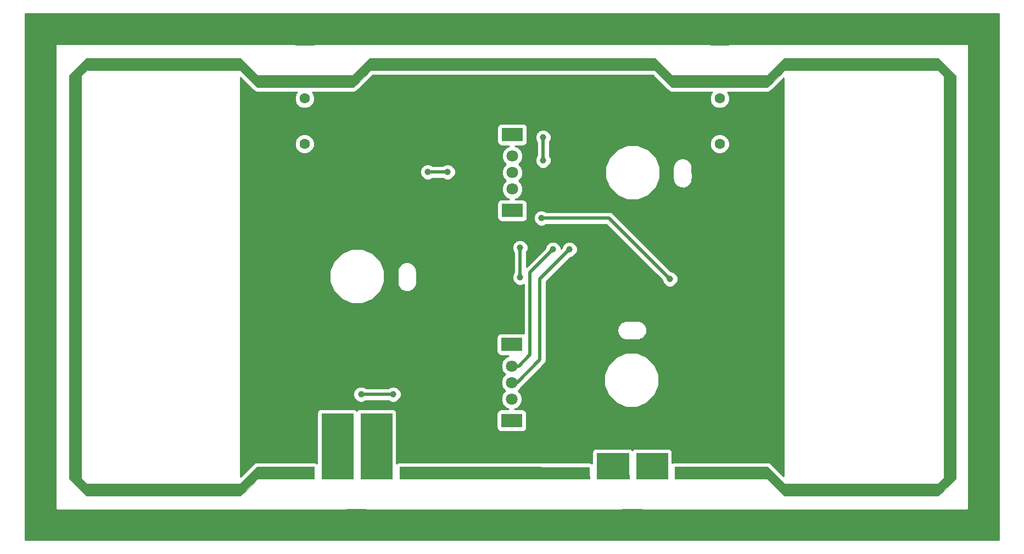
<source format=gbr>
G04 #@! TF.FileFunction,Copper,L2,Bot,Signal*
%FSLAX46Y46*%
G04 Gerber Fmt 4.6, Leading zero omitted, Abs format (unit mm)*
G04 Created by KiCad (PCBNEW 4.0.7-e2-6376~58~ubuntu16.04.1) date Sun Feb 25 03:24:25 2018*
%MOMM*%
%LPD*%
G01*
G04 APERTURE LIST*
%ADD10C,0.100000*%
%ADD11C,0.010000*%
%ADD12R,3.200000X2.000000*%
%ADD13C,1.800000*%
%ADD14C,1.600000*%
%ADD15C,1.000000*%
%ADD16C,0.500000*%
%ADD17C,0.254000*%
G04 APERTURE END LIST*
D10*
D11*
G36*
X99444666Y-67615000D02*
X100754951Y-68927333D01*
X115406382Y-68927333D01*
X116716666Y-67615000D01*
X118026951Y-66302667D01*
X162057715Y-66302667D01*
X163368000Y-67615000D01*
X164678284Y-68927333D01*
X179329715Y-68927333D01*
X180640000Y-67615000D01*
X181950284Y-66302667D01*
X205745651Y-66302667D01*
X207078159Y-67637129D01*
X208410666Y-68971592D01*
X208410666Y-131116985D01*
X207076203Y-132449492D01*
X205741741Y-133782000D01*
X181950284Y-133782000D01*
X180639999Y-132469667D01*
X179329715Y-131157333D01*
X165061333Y-131157333D01*
X165061333Y-129294667D01*
X179414382Y-129294667D01*
X180724666Y-130607000D01*
X182034951Y-131919333D01*
X205664784Y-131919333D01*
X206106392Y-131472171D01*
X206548000Y-131025008D01*
X206548000Y-69048549D01*
X206100837Y-68606941D01*
X205653675Y-68165333D01*
X182034951Y-68165333D01*
X180724666Y-69477667D01*
X179414382Y-70790000D01*
X164593617Y-70790000D01*
X163283333Y-69477667D01*
X161973048Y-68165333D01*
X118196284Y-68165333D01*
X116886000Y-69477667D01*
X115575715Y-70790000D01*
X100670284Y-70790000D01*
X99359999Y-69477666D01*
X98049715Y-68165333D01*
X86280024Y-68166531D01*
X74510333Y-68167728D01*
X74023500Y-68596878D01*
X73536666Y-69026027D01*
X73536666Y-131036118D01*
X73983829Y-131477725D01*
X74430991Y-131919333D01*
X98049715Y-131919333D01*
X99360000Y-130607000D01*
X100670284Y-129294667D01*
X109435333Y-129294667D01*
X109435333Y-131157333D01*
X100754951Y-131157333D01*
X99444666Y-132469667D01*
X98134382Y-133782000D01*
X74339015Y-133782000D01*
X73006507Y-132447537D01*
X71674000Y-131113074D01*
X71674000Y-68967682D01*
X73008462Y-67635174D01*
X74342925Y-66302667D01*
X98134382Y-66302667D01*
X99444666Y-67615000D01*
X99444666Y-67615000D01*
G37*
X99444666Y-67615000D02*
X100754951Y-68927333D01*
X115406382Y-68927333D01*
X116716666Y-67615000D01*
X118026951Y-66302667D01*
X162057715Y-66302667D01*
X163368000Y-67615000D01*
X164678284Y-68927333D01*
X179329715Y-68927333D01*
X180640000Y-67615000D01*
X181950284Y-66302667D01*
X205745651Y-66302667D01*
X207078159Y-67637129D01*
X208410666Y-68971592D01*
X208410666Y-131116985D01*
X207076203Y-132449492D01*
X205741741Y-133782000D01*
X181950284Y-133782000D01*
X180639999Y-132469667D01*
X179329715Y-131157333D01*
X165061333Y-131157333D01*
X165061333Y-129294667D01*
X179414382Y-129294667D01*
X180724666Y-130607000D01*
X182034951Y-131919333D01*
X205664784Y-131919333D01*
X206106392Y-131472171D01*
X206548000Y-131025008D01*
X206548000Y-69048549D01*
X206100837Y-68606941D01*
X205653675Y-68165333D01*
X182034951Y-68165333D01*
X180724666Y-69477667D01*
X179414382Y-70790000D01*
X164593617Y-70790000D01*
X163283333Y-69477667D01*
X161973048Y-68165333D01*
X118196284Y-68165333D01*
X116886000Y-69477667D01*
X115575715Y-70790000D01*
X100670284Y-70790000D01*
X99359999Y-69477666D01*
X98049715Y-68165333D01*
X86280024Y-68166531D01*
X74510333Y-68167728D01*
X74023500Y-68596878D01*
X73536666Y-69026027D01*
X73536666Y-131036118D01*
X73983829Y-131477725D01*
X74430991Y-131919333D01*
X98049715Y-131919333D01*
X99360000Y-130607000D01*
X100670284Y-129294667D01*
X109435333Y-129294667D01*
X109435333Y-131157333D01*
X100754951Y-131157333D01*
X99444666Y-132469667D01*
X98134382Y-133782000D01*
X74339015Y-133782000D01*
X73006507Y-132447537D01*
X71674000Y-131113074D01*
X71674000Y-68967682D01*
X73008462Y-67635174D01*
X74342925Y-66302667D01*
X98134382Y-66302667D01*
X99444666Y-67615000D01*
G36*
X115446666Y-131157333D02*
X110620666Y-131157333D01*
X110620666Y-121082000D01*
X115446666Y-121082000D01*
X115446666Y-131157333D01*
X115446666Y-131157333D01*
G37*
X115446666Y-131157333D02*
X110620666Y-131157333D01*
X110620666Y-121082000D01*
X115446666Y-121082000D01*
X115446666Y-131157333D01*
G36*
X121458000Y-131157333D02*
X116632000Y-131157333D01*
X116632000Y-121082000D01*
X121458000Y-121082000D01*
X121458000Y-131157333D01*
X121458000Y-131157333D01*
G37*
X121458000Y-131157333D02*
X116632000Y-131157333D01*
X116632000Y-121082000D01*
X121458000Y-121082000D01*
X121458000Y-131157333D01*
G36*
X137269500Y-129315593D02*
X151895666Y-129337000D01*
X151919697Y-130247167D01*
X151943728Y-131157333D01*
X122643333Y-131157333D01*
X122643333Y-129294187D01*
X137269500Y-129315593D01*
X137269500Y-129315593D01*
G37*
X137269500Y-129315593D02*
X151895666Y-129337000D01*
X151919697Y-130247167D01*
X151943728Y-131157333D01*
X122643333Y-131157333D01*
X122643333Y-129294187D01*
X137269500Y-129315593D01*
G36*
X157949333Y-127757144D02*
X157952793Y-128045477D01*
X157962333Y-128457829D01*
X157976690Y-128949043D01*
X157994602Y-129473964D01*
X158004962Y-129746811D01*
X158060592Y-131157333D01*
X153038666Y-131157333D01*
X153038666Y-127178000D01*
X157949333Y-127178000D01*
X157949333Y-127757144D01*
X157949333Y-127757144D01*
G37*
X157949333Y-127757144D02*
X157952793Y-128045477D01*
X157962333Y-128457829D01*
X157976690Y-128949043D01*
X157994602Y-129473964D01*
X158004962Y-129746811D01*
X158060592Y-131157333D01*
X153038666Y-131157333D01*
X153038666Y-127178000D01*
X157949333Y-127178000D01*
X157949333Y-127757144D01*
G36*
X163960666Y-131157333D02*
X159134666Y-131157333D01*
X159134666Y-127178000D01*
X163960666Y-127178000D01*
X163960666Y-131157333D01*
X163960666Y-131157333D01*
G37*
X163960666Y-131157333D02*
X159134666Y-131157333D01*
X159134666Y-127178000D01*
X163960666Y-127178000D01*
X163960666Y-131157333D01*
D12*
X139930000Y-110430000D03*
X139930000Y-122130000D03*
D13*
X139930000Y-118820000D03*
X139930000Y-113740000D03*
X139930000Y-116280000D03*
D12*
X140020000Y-78070000D03*
X140020000Y-89770000D03*
D13*
X140020000Y-86460000D03*
X140020000Y-81380000D03*
X140020000Y-83920000D03*
D14*
X108000000Y-72500000D03*
X108000000Y-79500000D03*
X172000000Y-72500000D03*
X172000000Y-79500000D03*
D15*
X112903000Y-122428000D03*
X116000000Y-109440000D03*
X144780000Y-78486000D03*
X144780000Y-82042000D03*
X127000000Y-83820000D03*
X130048000Y-83820000D03*
X141224000Y-95504000D03*
X141224000Y-100076000D03*
X119126000Y-122555000D03*
X148844000Y-95758000D03*
X146304000Y-95758000D03*
X144526000Y-90932000D03*
X164338000Y-100330000D03*
X116713000Y-118110000D03*
X121666000Y-118110000D03*
D16*
X144780000Y-82042000D02*
X144780000Y-78486000D01*
X130048000Y-83820000D02*
X127000000Y-83820000D01*
X141224000Y-100076000D02*
X141224000Y-95504000D01*
X139930000Y-116280000D02*
X140768000Y-116280000D01*
X140768000Y-116280000D02*
X144272000Y-112776000D01*
X144272000Y-112776000D02*
X144272000Y-100330000D01*
X144272000Y-100330000D02*
X148844000Y-95758000D01*
X139930000Y-113740000D02*
X141022000Y-113740000D01*
X142748000Y-99314000D02*
X146304000Y-95758000D01*
X142748000Y-112014000D02*
X142748000Y-99314000D01*
X141022000Y-113740000D02*
X142748000Y-112014000D01*
X154940000Y-90932000D02*
X144526000Y-90932000D01*
X164338000Y-100330000D02*
X154940000Y-90932000D01*
X121666000Y-118110000D02*
X116713000Y-118110000D01*
D17*
G36*
X162765326Y-69994864D02*
X162765327Y-69994865D01*
X164075611Y-71307198D01*
X164075854Y-71307360D01*
X164076015Y-71307602D01*
X164194106Y-71386508D01*
X164312964Y-71466061D01*
X164313251Y-71466118D01*
X164313493Y-71466280D01*
X164453003Y-71494030D01*
X164593045Y-71522000D01*
X164593332Y-71521943D01*
X164593617Y-71522000D01*
X170818317Y-71522000D01*
X170706227Y-71633894D01*
X170473265Y-72194928D01*
X170472735Y-72802407D01*
X170704717Y-73363846D01*
X171133894Y-73793773D01*
X171694928Y-74026735D01*
X172302407Y-74027265D01*
X172863846Y-73795283D01*
X173293773Y-73366106D01*
X173526735Y-72805072D01*
X173527265Y-72197593D01*
X173295283Y-71636154D01*
X173181328Y-71522000D01*
X179414382Y-71522000D01*
X179414667Y-71521943D01*
X179414954Y-71522000D01*
X179554996Y-71494030D01*
X179694506Y-71466280D01*
X179694748Y-71466118D01*
X179695035Y-71466061D01*
X179813893Y-71386508D01*
X179931984Y-71307602D01*
X179932145Y-71307360D01*
X179932388Y-71307198D01*
X181242673Y-69994864D01*
X181873000Y-69363551D01*
X181873000Y-130721115D01*
X181242672Y-130089802D01*
X179932388Y-128777469D01*
X179932145Y-128777307D01*
X179931984Y-128777065D01*
X179813893Y-128698159D01*
X179695035Y-128618606D01*
X179694748Y-128618549D01*
X179694506Y-128618387D01*
X179554996Y-128590637D01*
X179414954Y-128562667D01*
X179414667Y-128562724D01*
X179414382Y-128562667D01*
X165061333Y-128562667D01*
X164781209Y-128618387D01*
X164692666Y-128677550D01*
X164692666Y-127178000D01*
X164636946Y-126897876D01*
X164478268Y-126660398D01*
X164240790Y-126501720D01*
X163960666Y-126446000D01*
X159134666Y-126446000D01*
X158854542Y-126501720D01*
X158617064Y-126660398D01*
X158542000Y-126772740D01*
X158466935Y-126660398D01*
X158229457Y-126501720D01*
X157949333Y-126446000D01*
X153038666Y-126446000D01*
X152758542Y-126501720D01*
X152521064Y-126660398D01*
X152362386Y-126897876D01*
X152306666Y-127178000D01*
X152306666Y-128747418D01*
X152287099Y-128735077D01*
X152176780Y-128661131D01*
X152166614Y-128659093D01*
X152157843Y-128653562D01*
X152026944Y-128631099D01*
X151896738Y-128605001D01*
X137270572Y-128583594D01*
X122644404Y-128562188D01*
X122643869Y-128562294D01*
X122643333Y-128562187D01*
X122503658Y-128589970D01*
X122364199Y-128617498D01*
X122363745Y-128617800D01*
X122363209Y-128617907D01*
X122244877Y-128696974D01*
X122190000Y-128733526D01*
X122190000Y-121082000D01*
X122134280Y-120801876D01*
X121975602Y-120564398D01*
X121738124Y-120405720D01*
X121458000Y-120350000D01*
X116632000Y-120350000D01*
X116351876Y-120405720D01*
X116114398Y-120564398D01*
X116039333Y-120676741D01*
X115964268Y-120564398D01*
X115726790Y-120405720D01*
X115446666Y-120350000D01*
X110620666Y-120350000D01*
X110340542Y-120405720D01*
X110103064Y-120564398D01*
X109944386Y-120801876D01*
X109888666Y-121082000D01*
X109888666Y-128734122D01*
X109715457Y-128618387D01*
X109435333Y-128562667D01*
X100670284Y-128562667D01*
X100669999Y-128562724D01*
X100669712Y-128562667D01*
X100529670Y-128590637D01*
X100390160Y-128618387D01*
X100389918Y-128618549D01*
X100389631Y-128618606D01*
X100270773Y-128698159D01*
X100152682Y-128777065D01*
X100152521Y-128777307D01*
X100152278Y-128777469D01*
X98841994Y-130089802D01*
X98127000Y-130805914D01*
X98127000Y-118352995D01*
X115485788Y-118352995D01*
X115672194Y-118804131D01*
X116017053Y-119149593D01*
X116467864Y-119336786D01*
X116955995Y-119337212D01*
X117407131Y-119150806D01*
X117471049Y-119087000D01*
X120907569Y-119087000D01*
X120970053Y-119149593D01*
X121420864Y-119336786D01*
X121908995Y-119337212D01*
X122360131Y-119150806D01*
X122705593Y-118805947D01*
X122892786Y-118355136D01*
X122893212Y-117867005D01*
X122706806Y-117415869D01*
X122361947Y-117070407D01*
X121911136Y-116883214D01*
X121423005Y-116882788D01*
X120971869Y-117069194D01*
X120907951Y-117133000D01*
X117471431Y-117133000D01*
X117408947Y-117070407D01*
X116958136Y-116883214D01*
X116470005Y-116882788D01*
X116018869Y-117069194D01*
X115673407Y-117414053D01*
X115486214Y-117864864D01*
X115485788Y-118352995D01*
X98127000Y-118352995D01*
X98127000Y-109430000D01*
X137588758Y-109430000D01*
X137588758Y-111430000D01*
X137639451Y-111699410D01*
X137798672Y-111946846D01*
X138041615Y-112112843D01*
X138330000Y-112171242D01*
X139466150Y-112171242D01*
X139009582Y-112359892D01*
X138551501Y-112817175D01*
X138303283Y-113414950D01*
X138302718Y-114062211D01*
X138549892Y-114660418D01*
X138899073Y-115010208D01*
X138551501Y-115357175D01*
X138303283Y-115954950D01*
X138302718Y-116602211D01*
X138549892Y-117200418D01*
X138899073Y-117550208D01*
X138551501Y-117897175D01*
X138303283Y-118494950D01*
X138302718Y-119142211D01*
X138549892Y-119740418D01*
X139007175Y-120198499D01*
X139465369Y-120388758D01*
X138330000Y-120388758D01*
X138060590Y-120439451D01*
X137813154Y-120598672D01*
X137647157Y-120841615D01*
X137588758Y-121130000D01*
X137588758Y-123130000D01*
X137639451Y-123399410D01*
X137798672Y-123646846D01*
X138041615Y-123812843D01*
X138330000Y-123871242D01*
X141530000Y-123871242D01*
X141799410Y-123820549D01*
X142046846Y-123661328D01*
X142212843Y-123418385D01*
X142271242Y-123130000D01*
X142271242Y-121130000D01*
X142220549Y-120860590D01*
X142061328Y-120613154D01*
X141818385Y-120447157D01*
X141530000Y-120388758D01*
X140393850Y-120388758D01*
X140850418Y-120200108D01*
X141308499Y-119742825D01*
X141556717Y-119145050D01*
X141557282Y-118497789D01*
X141310108Y-117899582D01*
X140960927Y-117549792D01*
X141308499Y-117202825D01*
X141384084Y-117020795D01*
X141458843Y-116970843D01*
X141692572Y-116737114D01*
X154172268Y-116737114D01*
X154814434Y-118291275D01*
X156002470Y-119481387D01*
X157555509Y-120126265D01*
X159237114Y-120127732D01*
X160791275Y-119485566D01*
X161981387Y-118297530D01*
X162626265Y-116744491D01*
X162627732Y-115062886D01*
X161985566Y-113508725D01*
X160797530Y-112318613D01*
X159244491Y-111673735D01*
X157562886Y-111672268D01*
X156008725Y-112314434D01*
X154818613Y-113502470D01*
X154173735Y-115055509D01*
X154172268Y-116737114D01*
X141692572Y-116737114D01*
X144962843Y-113466844D01*
X145174630Y-113149882D01*
X145249000Y-112776000D01*
X145249000Y-108080558D01*
X156203190Y-108080558D01*
X156203191Y-108237020D01*
X156203190Y-108393482D01*
X156254620Y-108652038D01*
X156276461Y-108704766D01*
X156374370Y-108941142D01*
X156520830Y-109160336D01*
X156742104Y-109381610D01*
X156961298Y-109528070D01*
X157151198Y-109606728D01*
X157250402Y-109647820D01*
X157508957Y-109699250D01*
X157552250Y-109699250D01*
X157655260Y-109719740D01*
X159331660Y-109719740D01*
X159466264Y-109692965D01*
X159511573Y-109692492D01*
X159748077Y-109642874D01*
X159885542Y-109584243D01*
X160023980Y-109528108D01*
X160245923Y-109382195D01*
X160468840Y-109162581D01*
X160468842Y-109162579D01*
X160618051Y-108942839D01*
X160718751Y-108704766D01*
X160739955Y-108654637D01*
X160793716Y-108394523D01*
X160796051Y-108081607D01*
X160796051Y-108081606D01*
X160746178Y-107820719D01*
X160686711Y-107674069D01*
X160628589Y-107530731D01*
X160482676Y-107308788D01*
X160482675Y-107308786D01*
X160263061Y-107085870D01*
X160043320Y-106936660D01*
X159877023Y-106866320D01*
X159755119Y-106814756D01*
X159495004Y-106760995D01*
X159437013Y-106760562D01*
X159321939Y-106739119D01*
X157645540Y-106759439D01*
X157564985Y-106776480D01*
X157470276Y-106778195D01*
X157236184Y-106829182D01*
X157099268Y-106888822D01*
X156961298Y-106945970D01*
X156742104Y-107092430D01*
X156520830Y-107313704D01*
X156374370Y-107532898D01*
X156306405Y-107696983D01*
X156254620Y-107822002D01*
X156203190Y-108080558D01*
X145249000Y-108080558D01*
X145249000Y-100734686D01*
X148998552Y-96985135D01*
X149086995Y-96985212D01*
X149538131Y-96798806D01*
X149883593Y-96453947D01*
X150070786Y-96003136D01*
X150071212Y-95515005D01*
X149884806Y-95063869D01*
X149539947Y-94718407D01*
X149089136Y-94531214D01*
X148601005Y-94530788D01*
X148149869Y-94717194D01*
X147804407Y-95062053D01*
X147617214Y-95512864D01*
X147617135Y-95603178D01*
X147531060Y-95689253D01*
X147531212Y-95515005D01*
X147344806Y-95063869D01*
X146999947Y-94718407D01*
X146549136Y-94531214D01*
X146061005Y-94530788D01*
X145609869Y-94717194D01*
X145264407Y-95062053D01*
X145077214Y-95512864D01*
X145077135Y-95603178D01*
X142201000Y-98479314D01*
X142201000Y-96262431D01*
X142263593Y-96199947D01*
X142450786Y-95749136D01*
X142451212Y-95261005D01*
X142264806Y-94809869D01*
X141919947Y-94464407D01*
X141469136Y-94277214D01*
X140981005Y-94276788D01*
X140529869Y-94463194D01*
X140184407Y-94808053D01*
X139997214Y-95258864D01*
X139996788Y-95746995D01*
X140183194Y-96198131D01*
X140247000Y-96262049D01*
X140247000Y-99317569D01*
X140184407Y-99380053D01*
X139997214Y-99830864D01*
X139996788Y-100318995D01*
X140183194Y-100770131D01*
X140528053Y-101115593D01*
X140978864Y-101302786D01*
X141466995Y-101303212D01*
X141771000Y-101177599D01*
X141771000Y-108737561D01*
X141530000Y-108688758D01*
X138330000Y-108688758D01*
X138060590Y-108739451D01*
X137813154Y-108898672D01*
X137647157Y-109141615D01*
X137588758Y-109430000D01*
X98127000Y-109430000D01*
X98127000Y-100737114D01*
X111872268Y-100737114D01*
X112514434Y-102291275D01*
X113702470Y-103481387D01*
X115255509Y-104126265D01*
X116937114Y-104127732D01*
X118491275Y-103485566D01*
X119681387Y-102297530D01*
X120326265Y-100744491D01*
X120327645Y-99161600D01*
X122301640Y-99161600D01*
X122301640Y-100838000D01*
X122328415Y-100972604D01*
X122328888Y-101017913D01*
X122378506Y-101254417D01*
X122437137Y-101391882D01*
X122493272Y-101530320D01*
X122639185Y-101752263D01*
X122762985Y-101877925D01*
X122858801Y-101975182D01*
X123078541Y-102124391D01*
X123266120Y-102203733D01*
X123366743Y-102246295D01*
X123626857Y-102300056D01*
X123939773Y-102302391D01*
X123939774Y-102302391D01*
X124200661Y-102252518D01*
X124367655Y-102184802D01*
X124490649Y-102134929D01*
X124712592Y-101989016D01*
X124935509Y-101769402D01*
X124935511Y-101769400D01*
X125084720Y-101549660D01*
X125187360Y-101307000D01*
X125206624Y-101261458D01*
X125260385Y-101001344D01*
X125260818Y-100943353D01*
X125282261Y-100828279D01*
X125261941Y-99151880D01*
X125244900Y-99071325D01*
X125243185Y-98976616D01*
X125192198Y-98742524D01*
X125132558Y-98605608D01*
X125075410Y-98467638D01*
X124928950Y-98248444D01*
X124707676Y-98027170D01*
X124488482Y-97880710D01*
X124298582Y-97802052D01*
X124199378Y-97760960D01*
X123940822Y-97709530D01*
X123784360Y-97709531D01*
X123627897Y-97709530D01*
X123369342Y-97760960D01*
X123270138Y-97802052D01*
X123080238Y-97880710D01*
X122861044Y-98027170D01*
X122639770Y-98248444D01*
X122493310Y-98467638D01*
X122443593Y-98587668D01*
X122373560Y-98756742D01*
X122322130Y-99015298D01*
X122322130Y-99058590D01*
X122301640Y-99161600D01*
X120327645Y-99161600D01*
X120327732Y-99062886D01*
X119685566Y-97508725D01*
X118497530Y-96318613D01*
X116944491Y-95673735D01*
X115262886Y-95672268D01*
X113708725Y-96314434D01*
X112518613Y-97502470D01*
X111873735Y-99055509D01*
X111872268Y-100737114D01*
X98127000Y-100737114D01*
X98127000Y-84062995D01*
X125772788Y-84062995D01*
X125959194Y-84514131D01*
X126304053Y-84859593D01*
X126754864Y-85046786D01*
X127242995Y-85047212D01*
X127694131Y-84860806D01*
X127758049Y-84797000D01*
X129289569Y-84797000D01*
X129352053Y-84859593D01*
X129802864Y-85046786D01*
X130290995Y-85047212D01*
X130742131Y-84860806D01*
X131087593Y-84515947D01*
X131274786Y-84065136D01*
X131275212Y-83577005D01*
X131088806Y-83125869D01*
X130743947Y-82780407D01*
X130293136Y-82593214D01*
X129805005Y-82592788D01*
X129353869Y-82779194D01*
X129289951Y-82843000D01*
X127758431Y-82843000D01*
X127695947Y-82780407D01*
X127245136Y-82593214D01*
X126757005Y-82592788D01*
X126305869Y-82779194D01*
X125960407Y-83124053D01*
X125773214Y-83574864D01*
X125772788Y-84062995D01*
X98127000Y-84062995D01*
X98127000Y-79802407D01*
X106472735Y-79802407D01*
X106704717Y-80363846D01*
X107133894Y-80793773D01*
X107694928Y-81026735D01*
X108302407Y-81027265D01*
X108863846Y-80795283D01*
X109293773Y-80366106D01*
X109526735Y-79805072D01*
X109527265Y-79197593D01*
X109295283Y-78636154D01*
X108866106Y-78206227D01*
X108305072Y-77973265D01*
X107697593Y-77972735D01*
X107136154Y-78204717D01*
X106706227Y-78633894D01*
X106473265Y-79194928D01*
X106472735Y-79802407D01*
X98127000Y-79802407D01*
X98127000Y-77070000D01*
X137678758Y-77070000D01*
X137678758Y-79070000D01*
X137729451Y-79339410D01*
X137888672Y-79586846D01*
X138131615Y-79752843D01*
X138420000Y-79811242D01*
X139556150Y-79811242D01*
X139099582Y-79999892D01*
X138641501Y-80457175D01*
X138393283Y-81054950D01*
X138392718Y-81702211D01*
X138639892Y-82300418D01*
X138989073Y-82650208D01*
X138641501Y-82997175D01*
X138393283Y-83594950D01*
X138392718Y-84242211D01*
X138639892Y-84840418D01*
X138989073Y-85190208D01*
X138641501Y-85537175D01*
X138393283Y-86134950D01*
X138392718Y-86782211D01*
X138639892Y-87380418D01*
X139097175Y-87838499D01*
X139555369Y-88028758D01*
X138420000Y-88028758D01*
X138150590Y-88079451D01*
X137903154Y-88238672D01*
X137737157Y-88481615D01*
X137678758Y-88770000D01*
X137678758Y-90770000D01*
X137729451Y-91039410D01*
X137888672Y-91286846D01*
X138131615Y-91452843D01*
X138420000Y-91511242D01*
X141620000Y-91511242D01*
X141889410Y-91460549D01*
X142136846Y-91301328D01*
X142223166Y-91174995D01*
X143298788Y-91174995D01*
X143485194Y-91626131D01*
X143830053Y-91971593D01*
X144280864Y-92158786D01*
X144768995Y-92159212D01*
X145220131Y-91972806D01*
X145284049Y-91909000D01*
X154535314Y-91909000D01*
X163110865Y-100484551D01*
X163110788Y-100572995D01*
X163297194Y-101024131D01*
X163642053Y-101369593D01*
X164092864Y-101556786D01*
X164580995Y-101557212D01*
X165032131Y-101370806D01*
X165377593Y-101025947D01*
X165564786Y-100575136D01*
X165565212Y-100087005D01*
X165378806Y-99635869D01*
X165033947Y-99290407D01*
X164583136Y-99103214D01*
X164492821Y-99103135D01*
X155630843Y-90241157D01*
X155599811Y-90220422D01*
X155313882Y-90029370D01*
X154940000Y-89955000D01*
X145284431Y-89955000D01*
X145221947Y-89892407D01*
X144771136Y-89705214D01*
X144283005Y-89704788D01*
X143831869Y-89891194D01*
X143486407Y-90236053D01*
X143299214Y-90686864D01*
X143298788Y-91174995D01*
X142223166Y-91174995D01*
X142302843Y-91058385D01*
X142361242Y-90770000D01*
X142361242Y-88770000D01*
X142310549Y-88500590D01*
X142151328Y-88253154D01*
X141908385Y-88087157D01*
X141620000Y-88028758D01*
X140483850Y-88028758D01*
X140940418Y-87840108D01*
X141398499Y-87382825D01*
X141646717Y-86785050D01*
X141647282Y-86137789D01*
X141400108Y-85539582D01*
X141050927Y-85189792D01*
X141398499Y-84842825D01*
X141442394Y-84737114D01*
X154372268Y-84737114D01*
X155014434Y-86291275D01*
X156202470Y-87481387D01*
X157755509Y-88126265D01*
X159437114Y-88127732D01*
X160991275Y-87485566D01*
X162181387Y-86297530D01*
X162826265Y-84744491D01*
X162827643Y-83164680D01*
X164795840Y-83164680D01*
X164795840Y-84841080D01*
X164822615Y-84975684D01*
X164823088Y-85020993D01*
X164872706Y-85257497D01*
X164931337Y-85394962D01*
X164987472Y-85533400D01*
X165133385Y-85755343D01*
X165257185Y-85881005D01*
X165353001Y-85978262D01*
X165572741Y-86127471D01*
X165760320Y-86206813D01*
X165860943Y-86249375D01*
X166121057Y-86303136D01*
X166433973Y-86305471D01*
X166433974Y-86305471D01*
X166694861Y-86255598D01*
X166861855Y-86187882D01*
X166984849Y-86138009D01*
X167206792Y-85992096D01*
X167429709Y-85772482D01*
X167429711Y-85772480D01*
X167578920Y-85552740D01*
X167680162Y-85313386D01*
X167700824Y-85264538D01*
X167754585Y-85004424D01*
X167755018Y-84946433D01*
X167776461Y-84831359D01*
X167756141Y-83154960D01*
X167739100Y-83074405D01*
X167737385Y-82979696D01*
X167686398Y-82745604D01*
X167626758Y-82608688D01*
X167569610Y-82470718D01*
X167423150Y-82251524D01*
X167201876Y-82030250D01*
X166982682Y-81883790D01*
X166777990Y-81799005D01*
X166693578Y-81764040D01*
X166435022Y-81712610D01*
X166278560Y-81712611D01*
X166122097Y-81712610D01*
X165863542Y-81764040D01*
X165779130Y-81799005D01*
X165574438Y-81883790D01*
X165355244Y-82030250D01*
X165133970Y-82251524D01*
X164987510Y-82470718D01*
X164934963Y-82597580D01*
X164867760Y-82759822D01*
X164816330Y-83018378D01*
X164816330Y-83061670D01*
X164795840Y-83164680D01*
X162827643Y-83164680D01*
X162827732Y-83062886D01*
X162185566Y-81508725D01*
X160997530Y-80318613D01*
X159754368Y-79802407D01*
X170472735Y-79802407D01*
X170704717Y-80363846D01*
X171133894Y-80793773D01*
X171694928Y-81026735D01*
X172302407Y-81027265D01*
X172863846Y-80795283D01*
X173293773Y-80366106D01*
X173526735Y-79805072D01*
X173527265Y-79197593D01*
X173295283Y-78636154D01*
X172866106Y-78206227D01*
X172305072Y-77973265D01*
X171697593Y-77972735D01*
X171136154Y-78204717D01*
X170706227Y-78633894D01*
X170473265Y-79194928D01*
X170472735Y-79802407D01*
X159754368Y-79802407D01*
X159444491Y-79673735D01*
X157762886Y-79672268D01*
X156208725Y-80314434D01*
X155018613Y-81502470D01*
X154373735Y-83055509D01*
X154372268Y-84737114D01*
X141442394Y-84737114D01*
X141646717Y-84245050D01*
X141647282Y-83597789D01*
X141400108Y-82999582D01*
X141050927Y-82649792D01*
X141398499Y-82302825D01*
X141646717Y-81705050D01*
X141647282Y-81057789D01*
X141400108Y-80459582D01*
X140942825Y-80001501D01*
X140484631Y-79811242D01*
X141620000Y-79811242D01*
X141889410Y-79760549D01*
X142136846Y-79601328D01*
X142302843Y-79358385D01*
X142361242Y-79070000D01*
X142361242Y-78728995D01*
X143552788Y-78728995D01*
X143739194Y-79180131D01*
X143803000Y-79244049D01*
X143803000Y-81283569D01*
X143740407Y-81346053D01*
X143553214Y-81796864D01*
X143552788Y-82284995D01*
X143739194Y-82736131D01*
X144084053Y-83081593D01*
X144534864Y-83268786D01*
X145022995Y-83269212D01*
X145474131Y-83082806D01*
X145819593Y-82737947D01*
X146006786Y-82287136D01*
X146007212Y-81799005D01*
X145820806Y-81347869D01*
X145757000Y-81283951D01*
X145757000Y-79244431D01*
X145819593Y-79181947D01*
X146006786Y-78731136D01*
X146007212Y-78243005D01*
X145820806Y-77791869D01*
X145475947Y-77446407D01*
X145025136Y-77259214D01*
X144537005Y-77258788D01*
X144085869Y-77445194D01*
X143740407Y-77790053D01*
X143553214Y-78240864D01*
X143552788Y-78728995D01*
X142361242Y-78728995D01*
X142361242Y-77070000D01*
X142310549Y-76800590D01*
X142151328Y-76553154D01*
X141908385Y-76387157D01*
X141620000Y-76328758D01*
X138420000Y-76328758D01*
X138150590Y-76379451D01*
X137903154Y-76538672D01*
X137737157Y-76781615D01*
X137678758Y-77070000D01*
X98127000Y-77070000D01*
X98127000Y-69278753D01*
X98841993Y-69994864D01*
X100152277Y-71307197D01*
X100152520Y-71307360D01*
X100152682Y-71307602D01*
X100270919Y-71386605D01*
X100389631Y-71466061D01*
X100389918Y-71466118D01*
X100390160Y-71466280D01*
X100530288Y-71494153D01*
X100669712Y-71521999D01*
X100669996Y-71521943D01*
X100670284Y-71522000D01*
X106818317Y-71522000D01*
X106706227Y-71633894D01*
X106473265Y-72194928D01*
X106472735Y-72802407D01*
X106704717Y-73363846D01*
X107133894Y-73793773D01*
X107694928Y-74026735D01*
X108302407Y-74027265D01*
X108863846Y-73795283D01*
X109293773Y-73366106D01*
X109526735Y-72805072D01*
X109527265Y-72197593D01*
X109295283Y-71636154D01*
X109181328Y-71522000D01*
X115575715Y-71522000D01*
X115576000Y-71521943D01*
X115576287Y-71522000D01*
X115716329Y-71494030D01*
X115855839Y-71466280D01*
X115856081Y-71466118D01*
X115856368Y-71466061D01*
X115975226Y-71386508D01*
X116093317Y-71307602D01*
X116093478Y-71307360D01*
X116093721Y-71307198D01*
X117404007Y-69994864D01*
X118499824Y-68897333D01*
X161669509Y-68897333D01*
X162765326Y-69994864D01*
X162765326Y-69994864D01*
G37*
X162765326Y-69994864D02*
X162765327Y-69994865D01*
X164075611Y-71307198D01*
X164075854Y-71307360D01*
X164076015Y-71307602D01*
X164194106Y-71386508D01*
X164312964Y-71466061D01*
X164313251Y-71466118D01*
X164313493Y-71466280D01*
X164453003Y-71494030D01*
X164593045Y-71522000D01*
X164593332Y-71521943D01*
X164593617Y-71522000D01*
X170818317Y-71522000D01*
X170706227Y-71633894D01*
X170473265Y-72194928D01*
X170472735Y-72802407D01*
X170704717Y-73363846D01*
X171133894Y-73793773D01*
X171694928Y-74026735D01*
X172302407Y-74027265D01*
X172863846Y-73795283D01*
X173293773Y-73366106D01*
X173526735Y-72805072D01*
X173527265Y-72197593D01*
X173295283Y-71636154D01*
X173181328Y-71522000D01*
X179414382Y-71522000D01*
X179414667Y-71521943D01*
X179414954Y-71522000D01*
X179554996Y-71494030D01*
X179694506Y-71466280D01*
X179694748Y-71466118D01*
X179695035Y-71466061D01*
X179813893Y-71386508D01*
X179931984Y-71307602D01*
X179932145Y-71307360D01*
X179932388Y-71307198D01*
X181242673Y-69994864D01*
X181873000Y-69363551D01*
X181873000Y-130721115D01*
X181242672Y-130089802D01*
X179932388Y-128777469D01*
X179932145Y-128777307D01*
X179931984Y-128777065D01*
X179813893Y-128698159D01*
X179695035Y-128618606D01*
X179694748Y-128618549D01*
X179694506Y-128618387D01*
X179554996Y-128590637D01*
X179414954Y-128562667D01*
X179414667Y-128562724D01*
X179414382Y-128562667D01*
X165061333Y-128562667D01*
X164781209Y-128618387D01*
X164692666Y-128677550D01*
X164692666Y-127178000D01*
X164636946Y-126897876D01*
X164478268Y-126660398D01*
X164240790Y-126501720D01*
X163960666Y-126446000D01*
X159134666Y-126446000D01*
X158854542Y-126501720D01*
X158617064Y-126660398D01*
X158542000Y-126772740D01*
X158466935Y-126660398D01*
X158229457Y-126501720D01*
X157949333Y-126446000D01*
X153038666Y-126446000D01*
X152758542Y-126501720D01*
X152521064Y-126660398D01*
X152362386Y-126897876D01*
X152306666Y-127178000D01*
X152306666Y-128747418D01*
X152287099Y-128735077D01*
X152176780Y-128661131D01*
X152166614Y-128659093D01*
X152157843Y-128653562D01*
X152026944Y-128631099D01*
X151896738Y-128605001D01*
X137270572Y-128583594D01*
X122644404Y-128562188D01*
X122643869Y-128562294D01*
X122643333Y-128562187D01*
X122503658Y-128589970D01*
X122364199Y-128617498D01*
X122363745Y-128617800D01*
X122363209Y-128617907D01*
X122244877Y-128696974D01*
X122190000Y-128733526D01*
X122190000Y-121082000D01*
X122134280Y-120801876D01*
X121975602Y-120564398D01*
X121738124Y-120405720D01*
X121458000Y-120350000D01*
X116632000Y-120350000D01*
X116351876Y-120405720D01*
X116114398Y-120564398D01*
X116039333Y-120676741D01*
X115964268Y-120564398D01*
X115726790Y-120405720D01*
X115446666Y-120350000D01*
X110620666Y-120350000D01*
X110340542Y-120405720D01*
X110103064Y-120564398D01*
X109944386Y-120801876D01*
X109888666Y-121082000D01*
X109888666Y-128734122D01*
X109715457Y-128618387D01*
X109435333Y-128562667D01*
X100670284Y-128562667D01*
X100669999Y-128562724D01*
X100669712Y-128562667D01*
X100529670Y-128590637D01*
X100390160Y-128618387D01*
X100389918Y-128618549D01*
X100389631Y-128618606D01*
X100270773Y-128698159D01*
X100152682Y-128777065D01*
X100152521Y-128777307D01*
X100152278Y-128777469D01*
X98841994Y-130089802D01*
X98127000Y-130805914D01*
X98127000Y-118352995D01*
X115485788Y-118352995D01*
X115672194Y-118804131D01*
X116017053Y-119149593D01*
X116467864Y-119336786D01*
X116955995Y-119337212D01*
X117407131Y-119150806D01*
X117471049Y-119087000D01*
X120907569Y-119087000D01*
X120970053Y-119149593D01*
X121420864Y-119336786D01*
X121908995Y-119337212D01*
X122360131Y-119150806D01*
X122705593Y-118805947D01*
X122892786Y-118355136D01*
X122893212Y-117867005D01*
X122706806Y-117415869D01*
X122361947Y-117070407D01*
X121911136Y-116883214D01*
X121423005Y-116882788D01*
X120971869Y-117069194D01*
X120907951Y-117133000D01*
X117471431Y-117133000D01*
X117408947Y-117070407D01*
X116958136Y-116883214D01*
X116470005Y-116882788D01*
X116018869Y-117069194D01*
X115673407Y-117414053D01*
X115486214Y-117864864D01*
X115485788Y-118352995D01*
X98127000Y-118352995D01*
X98127000Y-109430000D01*
X137588758Y-109430000D01*
X137588758Y-111430000D01*
X137639451Y-111699410D01*
X137798672Y-111946846D01*
X138041615Y-112112843D01*
X138330000Y-112171242D01*
X139466150Y-112171242D01*
X139009582Y-112359892D01*
X138551501Y-112817175D01*
X138303283Y-113414950D01*
X138302718Y-114062211D01*
X138549892Y-114660418D01*
X138899073Y-115010208D01*
X138551501Y-115357175D01*
X138303283Y-115954950D01*
X138302718Y-116602211D01*
X138549892Y-117200418D01*
X138899073Y-117550208D01*
X138551501Y-117897175D01*
X138303283Y-118494950D01*
X138302718Y-119142211D01*
X138549892Y-119740418D01*
X139007175Y-120198499D01*
X139465369Y-120388758D01*
X138330000Y-120388758D01*
X138060590Y-120439451D01*
X137813154Y-120598672D01*
X137647157Y-120841615D01*
X137588758Y-121130000D01*
X137588758Y-123130000D01*
X137639451Y-123399410D01*
X137798672Y-123646846D01*
X138041615Y-123812843D01*
X138330000Y-123871242D01*
X141530000Y-123871242D01*
X141799410Y-123820549D01*
X142046846Y-123661328D01*
X142212843Y-123418385D01*
X142271242Y-123130000D01*
X142271242Y-121130000D01*
X142220549Y-120860590D01*
X142061328Y-120613154D01*
X141818385Y-120447157D01*
X141530000Y-120388758D01*
X140393850Y-120388758D01*
X140850418Y-120200108D01*
X141308499Y-119742825D01*
X141556717Y-119145050D01*
X141557282Y-118497789D01*
X141310108Y-117899582D01*
X140960927Y-117549792D01*
X141308499Y-117202825D01*
X141384084Y-117020795D01*
X141458843Y-116970843D01*
X141692572Y-116737114D01*
X154172268Y-116737114D01*
X154814434Y-118291275D01*
X156002470Y-119481387D01*
X157555509Y-120126265D01*
X159237114Y-120127732D01*
X160791275Y-119485566D01*
X161981387Y-118297530D01*
X162626265Y-116744491D01*
X162627732Y-115062886D01*
X161985566Y-113508725D01*
X160797530Y-112318613D01*
X159244491Y-111673735D01*
X157562886Y-111672268D01*
X156008725Y-112314434D01*
X154818613Y-113502470D01*
X154173735Y-115055509D01*
X154172268Y-116737114D01*
X141692572Y-116737114D01*
X144962843Y-113466844D01*
X145174630Y-113149882D01*
X145249000Y-112776000D01*
X145249000Y-108080558D01*
X156203190Y-108080558D01*
X156203191Y-108237020D01*
X156203190Y-108393482D01*
X156254620Y-108652038D01*
X156276461Y-108704766D01*
X156374370Y-108941142D01*
X156520830Y-109160336D01*
X156742104Y-109381610D01*
X156961298Y-109528070D01*
X157151198Y-109606728D01*
X157250402Y-109647820D01*
X157508957Y-109699250D01*
X157552250Y-109699250D01*
X157655260Y-109719740D01*
X159331660Y-109719740D01*
X159466264Y-109692965D01*
X159511573Y-109692492D01*
X159748077Y-109642874D01*
X159885542Y-109584243D01*
X160023980Y-109528108D01*
X160245923Y-109382195D01*
X160468840Y-109162581D01*
X160468842Y-109162579D01*
X160618051Y-108942839D01*
X160718751Y-108704766D01*
X160739955Y-108654637D01*
X160793716Y-108394523D01*
X160796051Y-108081607D01*
X160796051Y-108081606D01*
X160746178Y-107820719D01*
X160686711Y-107674069D01*
X160628589Y-107530731D01*
X160482676Y-107308788D01*
X160482675Y-107308786D01*
X160263061Y-107085870D01*
X160043320Y-106936660D01*
X159877023Y-106866320D01*
X159755119Y-106814756D01*
X159495004Y-106760995D01*
X159437013Y-106760562D01*
X159321939Y-106739119D01*
X157645540Y-106759439D01*
X157564985Y-106776480D01*
X157470276Y-106778195D01*
X157236184Y-106829182D01*
X157099268Y-106888822D01*
X156961298Y-106945970D01*
X156742104Y-107092430D01*
X156520830Y-107313704D01*
X156374370Y-107532898D01*
X156306405Y-107696983D01*
X156254620Y-107822002D01*
X156203190Y-108080558D01*
X145249000Y-108080558D01*
X145249000Y-100734686D01*
X148998552Y-96985135D01*
X149086995Y-96985212D01*
X149538131Y-96798806D01*
X149883593Y-96453947D01*
X150070786Y-96003136D01*
X150071212Y-95515005D01*
X149884806Y-95063869D01*
X149539947Y-94718407D01*
X149089136Y-94531214D01*
X148601005Y-94530788D01*
X148149869Y-94717194D01*
X147804407Y-95062053D01*
X147617214Y-95512864D01*
X147617135Y-95603178D01*
X147531060Y-95689253D01*
X147531212Y-95515005D01*
X147344806Y-95063869D01*
X146999947Y-94718407D01*
X146549136Y-94531214D01*
X146061005Y-94530788D01*
X145609869Y-94717194D01*
X145264407Y-95062053D01*
X145077214Y-95512864D01*
X145077135Y-95603178D01*
X142201000Y-98479314D01*
X142201000Y-96262431D01*
X142263593Y-96199947D01*
X142450786Y-95749136D01*
X142451212Y-95261005D01*
X142264806Y-94809869D01*
X141919947Y-94464407D01*
X141469136Y-94277214D01*
X140981005Y-94276788D01*
X140529869Y-94463194D01*
X140184407Y-94808053D01*
X139997214Y-95258864D01*
X139996788Y-95746995D01*
X140183194Y-96198131D01*
X140247000Y-96262049D01*
X140247000Y-99317569D01*
X140184407Y-99380053D01*
X139997214Y-99830864D01*
X139996788Y-100318995D01*
X140183194Y-100770131D01*
X140528053Y-101115593D01*
X140978864Y-101302786D01*
X141466995Y-101303212D01*
X141771000Y-101177599D01*
X141771000Y-108737561D01*
X141530000Y-108688758D01*
X138330000Y-108688758D01*
X138060590Y-108739451D01*
X137813154Y-108898672D01*
X137647157Y-109141615D01*
X137588758Y-109430000D01*
X98127000Y-109430000D01*
X98127000Y-100737114D01*
X111872268Y-100737114D01*
X112514434Y-102291275D01*
X113702470Y-103481387D01*
X115255509Y-104126265D01*
X116937114Y-104127732D01*
X118491275Y-103485566D01*
X119681387Y-102297530D01*
X120326265Y-100744491D01*
X120327645Y-99161600D01*
X122301640Y-99161600D01*
X122301640Y-100838000D01*
X122328415Y-100972604D01*
X122328888Y-101017913D01*
X122378506Y-101254417D01*
X122437137Y-101391882D01*
X122493272Y-101530320D01*
X122639185Y-101752263D01*
X122762985Y-101877925D01*
X122858801Y-101975182D01*
X123078541Y-102124391D01*
X123266120Y-102203733D01*
X123366743Y-102246295D01*
X123626857Y-102300056D01*
X123939773Y-102302391D01*
X123939774Y-102302391D01*
X124200661Y-102252518D01*
X124367655Y-102184802D01*
X124490649Y-102134929D01*
X124712592Y-101989016D01*
X124935509Y-101769402D01*
X124935511Y-101769400D01*
X125084720Y-101549660D01*
X125187360Y-101307000D01*
X125206624Y-101261458D01*
X125260385Y-101001344D01*
X125260818Y-100943353D01*
X125282261Y-100828279D01*
X125261941Y-99151880D01*
X125244900Y-99071325D01*
X125243185Y-98976616D01*
X125192198Y-98742524D01*
X125132558Y-98605608D01*
X125075410Y-98467638D01*
X124928950Y-98248444D01*
X124707676Y-98027170D01*
X124488482Y-97880710D01*
X124298582Y-97802052D01*
X124199378Y-97760960D01*
X123940822Y-97709530D01*
X123784360Y-97709531D01*
X123627897Y-97709530D01*
X123369342Y-97760960D01*
X123270138Y-97802052D01*
X123080238Y-97880710D01*
X122861044Y-98027170D01*
X122639770Y-98248444D01*
X122493310Y-98467638D01*
X122443593Y-98587668D01*
X122373560Y-98756742D01*
X122322130Y-99015298D01*
X122322130Y-99058590D01*
X122301640Y-99161600D01*
X120327645Y-99161600D01*
X120327732Y-99062886D01*
X119685566Y-97508725D01*
X118497530Y-96318613D01*
X116944491Y-95673735D01*
X115262886Y-95672268D01*
X113708725Y-96314434D01*
X112518613Y-97502470D01*
X111873735Y-99055509D01*
X111872268Y-100737114D01*
X98127000Y-100737114D01*
X98127000Y-84062995D01*
X125772788Y-84062995D01*
X125959194Y-84514131D01*
X126304053Y-84859593D01*
X126754864Y-85046786D01*
X127242995Y-85047212D01*
X127694131Y-84860806D01*
X127758049Y-84797000D01*
X129289569Y-84797000D01*
X129352053Y-84859593D01*
X129802864Y-85046786D01*
X130290995Y-85047212D01*
X130742131Y-84860806D01*
X131087593Y-84515947D01*
X131274786Y-84065136D01*
X131275212Y-83577005D01*
X131088806Y-83125869D01*
X130743947Y-82780407D01*
X130293136Y-82593214D01*
X129805005Y-82592788D01*
X129353869Y-82779194D01*
X129289951Y-82843000D01*
X127758431Y-82843000D01*
X127695947Y-82780407D01*
X127245136Y-82593214D01*
X126757005Y-82592788D01*
X126305869Y-82779194D01*
X125960407Y-83124053D01*
X125773214Y-83574864D01*
X125772788Y-84062995D01*
X98127000Y-84062995D01*
X98127000Y-79802407D01*
X106472735Y-79802407D01*
X106704717Y-80363846D01*
X107133894Y-80793773D01*
X107694928Y-81026735D01*
X108302407Y-81027265D01*
X108863846Y-80795283D01*
X109293773Y-80366106D01*
X109526735Y-79805072D01*
X109527265Y-79197593D01*
X109295283Y-78636154D01*
X108866106Y-78206227D01*
X108305072Y-77973265D01*
X107697593Y-77972735D01*
X107136154Y-78204717D01*
X106706227Y-78633894D01*
X106473265Y-79194928D01*
X106472735Y-79802407D01*
X98127000Y-79802407D01*
X98127000Y-77070000D01*
X137678758Y-77070000D01*
X137678758Y-79070000D01*
X137729451Y-79339410D01*
X137888672Y-79586846D01*
X138131615Y-79752843D01*
X138420000Y-79811242D01*
X139556150Y-79811242D01*
X139099582Y-79999892D01*
X138641501Y-80457175D01*
X138393283Y-81054950D01*
X138392718Y-81702211D01*
X138639892Y-82300418D01*
X138989073Y-82650208D01*
X138641501Y-82997175D01*
X138393283Y-83594950D01*
X138392718Y-84242211D01*
X138639892Y-84840418D01*
X138989073Y-85190208D01*
X138641501Y-85537175D01*
X138393283Y-86134950D01*
X138392718Y-86782211D01*
X138639892Y-87380418D01*
X139097175Y-87838499D01*
X139555369Y-88028758D01*
X138420000Y-88028758D01*
X138150590Y-88079451D01*
X137903154Y-88238672D01*
X137737157Y-88481615D01*
X137678758Y-88770000D01*
X137678758Y-90770000D01*
X137729451Y-91039410D01*
X137888672Y-91286846D01*
X138131615Y-91452843D01*
X138420000Y-91511242D01*
X141620000Y-91511242D01*
X141889410Y-91460549D01*
X142136846Y-91301328D01*
X142223166Y-91174995D01*
X143298788Y-91174995D01*
X143485194Y-91626131D01*
X143830053Y-91971593D01*
X144280864Y-92158786D01*
X144768995Y-92159212D01*
X145220131Y-91972806D01*
X145284049Y-91909000D01*
X154535314Y-91909000D01*
X163110865Y-100484551D01*
X163110788Y-100572995D01*
X163297194Y-101024131D01*
X163642053Y-101369593D01*
X164092864Y-101556786D01*
X164580995Y-101557212D01*
X165032131Y-101370806D01*
X165377593Y-101025947D01*
X165564786Y-100575136D01*
X165565212Y-100087005D01*
X165378806Y-99635869D01*
X165033947Y-99290407D01*
X164583136Y-99103214D01*
X164492821Y-99103135D01*
X155630843Y-90241157D01*
X155599811Y-90220422D01*
X155313882Y-90029370D01*
X154940000Y-89955000D01*
X145284431Y-89955000D01*
X145221947Y-89892407D01*
X144771136Y-89705214D01*
X144283005Y-89704788D01*
X143831869Y-89891194D01*
X143486407Y-90236053D01*
X143299214Y-90686864D01*
X143298788Y-91174995D01*
X142223166Y-91174995D01*
X142302843Y-91058385D01*
X142361242Y-90770000D01*
X142361242Y-88770000D01*
X142310549Y-88500590D01*
X142151328Y-88253154D01*
X141908385Y-88087157D01*
X141620000Y-88028758D01*
X140483850Y-88028758D01*
X140940418Y-87840108D01*
X141398499Y-87382825D01*
X141646717Y-86785050D01*
X141647282Y-86137789D01*
X141400108Y-85539582D01*
X141050927Y-85189792D01*
X141398499Y-84842825D01*
X141442394Y-84737114D01*
X154372268Y-84737114D01*
X155014434Y-86291275D01*
X156202470Y-87481387D01*
X157755509Y-88126265D01*
X159437114Y-88127732D01*
X160991275Y-87485566D01*
X162181387Y-86297530D01*
X162826265Y-84744491D01*
X162827643Y-83164680D01*
X164795840Y-83164680D01*
X164795840Y-84841080D01*
X164822615Y-84975684D01*
X164823088Y-85020993D01*
X164872706Y-85257497D01*
X164931337Y-85394962D01*
X164987472Y-85533400D01*
X165133385Y-85755343D01*
X165257185Y-85881005D01*
X165353001Y-85978262D01*
X165572741Y-86127471D01*
X165760320Y-86206813D01*
X165860943Y-86249375D01*
X166121057Y-86303136D01*
X166433973Y-86305471D01*
X166433974Y-86305471D01*
X166694861Y-86255598D01*
X166861855Y-86187882D01*
X166984849Y-86138009D01*
X167206792Y-85992096D01*
X167429709Y-85772482D01*
X167429711Y-85772480D01*
X167578920Y-85552740D01*
X167680162Y-85313386D01*
X167700824Y-85264538D01*
X167754585Y-85004424D01*
X167755018Y-84946433D01*
X167776461Y-84831359D01*
X167756141Y-83154960D01*
X167739100Y-83074405D01*
X167737385Y-82979696D01*
X167686398Y-82745604D01*
X167626758Y-82608688D01*
X167569610Y-82470718D01*
X167423150Y-82251524D01*
X167201876Y-82030250D01*
X166982682Y-81883790D01*
X166777990Y-81799005D01*
X166693578Y-81764040D01*
X166435022Y-81712610D01*
X166278560Y-81712611D01*
X166122097Y-81712610D01*
X165863542Y-81764040D01*
X165779130Y-81799005D01*
X165574438Y-81883790D01*
X165355244Y-82030250D01*
X165133970Y-82251524D01*
X164987510Y-82470718D01*
X164934963Y-82597580D01*
X164867760Y-82759822D01*
X164816330Y-83018378D01*
X164816330Y-83061670D01*
X164795840Y-83164680D01*
X162827643Y-83164680D01*
X162827732Y-83062886D01*
X162185566Y-81508725D01*
X160997530Y-80318613D01*
X159754368Y-79802407D01*
X170472735Y-79802407D01*
X170704717Y-80363846D01*
X171133894Y-80793773D01*
X171694928Y-81026735D01*
X172302407Y-81027265D01*
X172863846Y-80795283D01*
X173293773Y-80366106D01*
X173526735Y-79805072D01*
X173527265Y-79197593D01*
X173295283Y-78636154D01*
X172866106Y-78206227D01*
X172305072Y-77973265D01*
X171697593Y-77972735D01*
X171136154Y-78204717D01*
X170706227Y-78633894D01*
X170473265Y-79194928D01*
X170472735Y-79802407D01*
X159754368Y-79802407D01*
X159444491Y-79673735D01*
X157762886Y-79672268D01*
X156208725Y-80314434D01*
X155018613Y-81502470D01*
X154373735Y-83055509D01*
X154372268Y-84737114D01*
X141442394Y-84737114D01*
X141646717Y-84245050D01*
X141647282Y-83597789D01*
X141400108Y-82999582D01*
X141050927Y-82649792D01*
X141398499Y-82302825D01*
X141646717Y-81705050D01*
X141647282Y-81057789D01*
X141400108Y-80459582D01*
X140942825Y-80001501D01*
X140484631Y-79811242D01*
X141620000Y-79811242D01*
X141889410Y-79760549D01*
X142136846Y-79601328D01*
X142302843Y-79358385D01*
X142361242Y-79070000D01*
X142361242Y-78728995D01*
X143552788Y-78728995D01*
X143739194Y-79180131D01*
X143803000Y-79244049D01*
X143803000Y-81283569D01*
X143740407Y-81346053D01*
X143553214Y-81796864D01*
X143552788Y-82284995D01*
X143739194Y-82736131D01*
X144084053Y-83081593D01*
X144534864Y-83268786D01*
X145022995Y-83269212D01*
X145474131Y-83082806D01*
X145819593Y-82737947D01*
X146006786Y-82287136D01*
X146007212Y-81799005D01*
X145820806Y-81347869D01*
X145757000Y-81283951D01*
X145757000Y-79244431D01*
X145819593Y-79181947D01*
X146006786Y-78731136D01*
X146007212Y-78243005D01*
X145820806Y-77791869D01*
X145475947Y-77446407D01*
X145025136Y-77259214D01*
X144537005Y-77258788D01*
X144085869Y-77445194D01*
X143740407Y-77790053D01*
X143553214Y-78240864D01*
X143552788Y-78728995D01*
X142361242Y-78728995D01*
X142361242Y-77070000D01*
X142310549Y-76800590D01*
X142151328Y-76553154D01*
X141908385Y-76387157D01*
X141620000Y-76328758D01*
X138420000Y-76328758D01*
X138150590Y-76379451D01*
X137903154Y-76538672D01*
X137737157Y-76781615D01*
X137678758Y-77070000D01*
X98127000Y-77070000D01*
X98127000Y-69278753D01*
X98841993Y-69994864D01*
X100152277Y-71307197D01*
X100152520Y-71307360D01*
X100152682Y-71307602D01*
X100270919Y-71386605D01*
X100389631Y-71466061D01*
X100389918Y-71466118D01*
X100390160Y-71466280D01*
X100530288Y-71494153D01*
X100669712Y-71521999D01*
X100669996Y-71521943D01*
X100670284Y-71522000D01*
X106818317Y-71522000D01*
X106706227Y-71633894D01*
X106473265Y-72194928D01*
X106472735Y-72802407D01*
X106704717Y-73363846D01*
X107133894Y-73793773D01*
X107694928Y-74026735D01*
X108302407Y-74027265D01*
X108863846Y-73795283D01*
X109293773Y-73366106D01*
X109526735Y-72805072D01*
X109527265Y-72197593D01*
X109295283Y-71636154D01*
X109181328Y-71522000D01*
X115575715Y-71522000D01*
X115576000Y-71521943D01*
X115576287Y-71522000D01*
X115716329Y-71494030D01*
X115855839Y-71466280D01*
X115856081Y-71466118D01*
X115856368Y-71466061D01*
X115975226Y-71386508D01*
X116093317Y-71307602D01*
X116093478Y-71307360D01*
X116093721Y-71307198D01*
X117404007Y-69994864D01*
X118499824Y-68897333D01*
X161669509Y-68897333D01*
X162765326Y-69994864D01*
G36*
X215073000Y-140573000D02*
X64927000Y-140573000D01*
X64927000Y-64250000D01*
X69573000Y-64250000D01*
X69573000Y-98500000D01*
X69586473Y-98567735D01*
X69623000Y-98622401D01*
X69623000Y-101377599D01*
X69586473Y-101432265D01*
X69573000Y-101500000D01*
X69573000Y-135750000D01*
X69586473Y-135817735D01*
X69624842Y-135875158D01*
X69682265Y-135913527D01*
X69750000Y-135927000D01*
X114500000Y-135927000D01*
X114567735Y-135913527D01*
X114622401Y-135877000D01*
X117346583Y-135877000D01*
X117357164Y-135892836D01*
X117422698Y-135936624D01*
X117500000Y-135952000D01*
X117577302Y-135936624D01*
X117591705Y-135927000D01*
X157000000Y-135927000D01*
X157067735Y-135913527D01*
X157122401Y-135877000D01*
X159877599Y-135877000D01*
X159932265Y-135913527D01*
X160000000Y-135927000D01*
X210250000Y-135927000D01*
X210317735Y-135913527D01*
X210375158Y-135875158D01*
X210413527Y-135817735D01*
X210427000Y-135750000D01*
X210427000Y-101500000D01*
X210413527Y-101432265D01*
X210377000Y-101377599D01*
X210377000Y-98622401D01*
X210413527Y-98567735D01*
X210427000Y-98500000D01*
X210427000Y-64250000D01*
X210413527Y-64182265D01*
X210375158Y-64124842D01*
X210317735Y-64086473D01*
X210250000Y-64073000D01*
X173500000Y-64073000D01*
X173432265Y-64086473D01*
X173377599Y-64123000D01*
X170622401Y-64123000D01*
X170567735Y-64086473D01*
X170500000Y-64073000D01*
X109500000Y-64073000D01*
X109432265Y-64086473D01*
X109377599Y-64123000D01*
X106622401Y-64123000D01*
X106567735Y-64086473D01*
X106500000Y-64073000D01*
X69750000Y-64073000D01*
X69682265Y-64086473D01*
X69624842Y-64124842D01*
X69586473Y-64182265D01*
X69573000Y-64250000D01*
X64927000Y-64250000D01*
X64927000Y-59427000D01*
X215073000Y-59427000D01*
X215073000Y-140573000D01*
X215073000Y-140573000D01*
G37*
X215073000Y-140573000D02*
X64927000Y-140573000D01*
X64927000Y-64250000D01*
X69573000Y-64250000D01*
X69573000Y-98500000D01*
X69586473Y-98567735D01*
X69623000Y-98622401D01*
X69623000Y-101377599D01*
X69586473Y-101432265D01*
X69573000Y-101500000D01*
X69573000Y-135750000D01*
X69586473Y-135817735D01*
X69624842Y-135875158D01*
X69682265Y-135913527D01*
X69750000Y-135927000D01*
X114500000Y-135927000D01*
X114567735Y-135913527D01*
X114622401Y-135877000D01*
X117346583Y-135877000D01*
X117357164Y-135892836D01*
X117422698Y-135936624D01*
X117500000Y-135952000D01*
X117577302Y-135936624D01*
X117591705Y-135927000D01*
X157000000Y-135927000D01*
X157067735Y-135913527D01*
X157122401Y-135877000D01*
X159877599Y-135877000D01*
X159932265Y-135913527D01*
X160000000Y-135927000D01*
X210250000Y-135927000D01*
X210317735Y-135913527D01*
X210375158Y-135875158D01*
X210413527Y-135817735D01*
X210427000Y-135750000D01*
X210427000Y-101500000D01*
X210413527Y-101432265D01*
X210377000Y-101377599D01*
X210377000Y-98622401D01*
X210413527Y-98567735D01*
X210427000Y-98500000D01*
X210427000Y-64250000D01*
X210413527Y-64182265D01*
X210375158Y-64124842D01*
X210317735Y-64086473D01*
X210250000Y-64073000D01*
X173500000Y-64073000D01*
X173432265Y-64086473D01*
X173377599Y-64123000D01*
X170622401Y-64123000D01*
X170567735Y-64086473D01*
X170500000Y-64073000D01*
X109500000Y-64073000D01*
X109432265Y-64086473D01*
X109377599Y-64123000D01*
X106622401Y-64123000D01*
X106567735Y-64086473D01*
X106500000Y-64073000D01*
X69750000Y-64073000D01*
X69682265Y-64086473D01*
X69624842Y-64124842D01*
X69586473Y-64182265D01*
X69573000Y-64250000D01*
X64927000Y-64250000D01*
X64927000Y-59427000D01*
X215073000Y-59427000D01*
X215073000Y-140573000D01*
M02*

</source>
